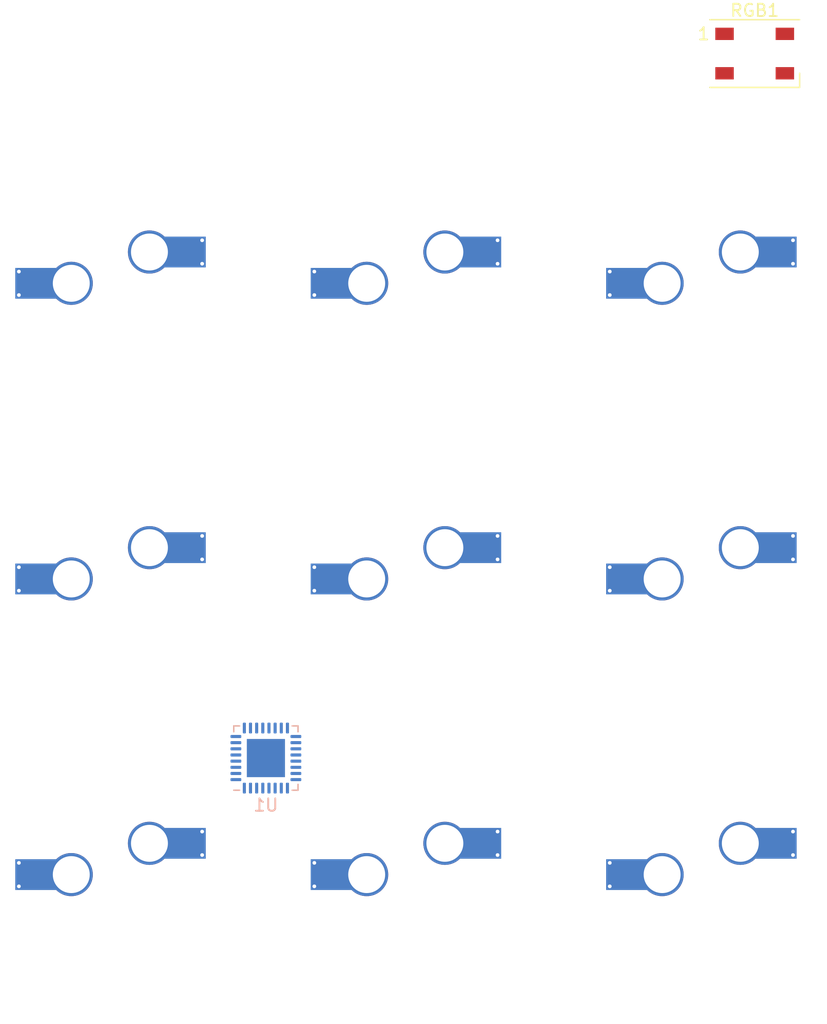
<source format=kicad_pcb>
(kicad_pcb (version 20171130) (host pcbnew "(5.1.11)-1")

  (general
    (thickness 1.6)
    (drawings 0)
    (tracks 0)
    (zones 0)
    (modules 11)
    (nets 55)
  )

  (page A4)
  (layers
    (0 F.Cu signal)
    (31 B.Cu signal)
    (32 B.Adhes user)
    (33 F.Adhes user)
    (34 B.Paste user)
    (35 F.Paste user)
    (36 B.SilkS user)
    (37 F.SilkS user)
    (38 B.Mask user)
    (39 F.Mask user)
    (40 Dwgs.User user)
    (41 Cmts.User user)
    (42 Eco1.User user)
    (43 Eco2.User user)
    (44 Edge.Cuts user)
    (45 Margin user)
    (46 B.CrtYd user)
    (47 F.CrtYd user)
    (48 B.Fab user)
    (49 F.Fab user)
  )

  (setup
    (last_trace_width 0.25)
    (trace_clearance 0.2)
    (zone_clearance 0.508)
    (zone_45_only no)
    (trace_min 0.2)
    (via_size 0.8)
    (via_drill 0.4)
    (via_min_size 0.4)
    (via_min_drill 0.3)
    (uvia_size 0.3)
    (uvia_drill 0.1)
    (uvias_allowed no)
    (uvia_min_size 0.2)
    (uvia_min_drill 0.1)
    (edge_width 0.05)
    (segment_width 0.2)
    (pcb_text_width 0.3)
    (pcb_text_size 1.5 1.5)
    (mod_edge_width 0.12)
    (mod_text_size 1 1)
    (mod_text_width 0.15)
    (pad_size 1.524 1.524)
    (pad_drill 0.762)
    (pad_to_mask_clearance 0)
    (aux_axis_origin 0 0)
    (visible_elements FFFFFF7F)
    (pcbplotparams
      (layerselection 0x010fc_ffffffff)
      (usegerberextensions false)
      (usegerberattributes true)
      (usegerberadvancedattributes true)
      (creategerberjobfile true)
      (excludeedgelayer true)
      (linewidth 0.100000)
      (plotframeref false)
      (viasonmask false)
      (mode 1)
      (useauxorigin false)
      (hpglpennumber 1)
      (hpglpenspeed 20)
      (hpglpendiameter 15.000000)
      (psnegative false)
      (psa4output false)
      (plotreference true)
      (plotvalue true)
      (plotinvisibletext false)
      (padsonsilk false)
      (subtractmaskfromsilk false)
      (outputformat 1)
      (mirror false)
      (drillshape 1)
      (scaleselection 1)
      (outputdirectory ""))
  )

  (net 0 "")
  (net 1 "Net-(MX1-Pad1)")
  (net 2 "Net-(MX1-Pad2)")
  (net 3 "Net-(MX2-Pad1)")
  (net 4 "Net-(MX2-Pad2)")
  (net 5 "Net-(MX3-Pad1)")
  (net 6 "Net-(MX3-Pad2)")
  (net 7 "Net-(MX4-Pad1)")
  (net 8 "Net-(MX4-Pad2)")
  (net 9 "Net-(MX5-Pad1)")
  (net 10 "Net-(MX5-Pad2)")
  (net 11 "Net-(MX6-Pad1)")
  (net 12 "Net-(MX6-Pad2)")
  (net 13 "Net-(MX7-Pad1)")
  (net 14 "Net-(MX7-Pad2)")
  (net 15 "Net-(MX8-Pad1)")
  (net 16 "Net-(MX8-Pad2)")
  (net 17 "Net-(MX9-Pad1)")
  (net 18 "Net-(MX9-Pad2)")
  (net 19 "Net-(RGB1-Pad1)")
  (net 20 "Net-(RGB1-Pad2)")
  (net 21 "Net-(RGB1-Pad4)")
  (net 22 "Net-(RGB1-Pad3)")
  (net 23 "Net-(U1-Pad3)")
  (net 24 "Net-(U1-Pad32)")
  (net 25 "Net-(U1-Pad31)")
  (net 26 "Net-(U1-Pad30)")
  (net 27 "Net-(U1-Pad29)")
  (net 28 "Net-(U1-Pad28)")
  (net 29 "Net-(U1-Pad27)")
  (net 30 "Net-(U1-Pad26)")
  (net 31 "Net-(U1-Pad25)")
  (net 32 "Net-(U1-Pad24)")
  (net 33 "Net-(U1-Pad23)")
  (net 34 "Net-(U1-Pad22)")
  (net 35 "Net-(U1-Pad21)")
  (net 36 "Net-(U1-Pad20)")
  (net 37 "Net-(U1-Pad19)")
  (net 38 "Net-(U1-Pad18)")
  (net 39 "Net-(U1-Pad17)")
  (net 40 "Net-(U1-Pad16)")
  (net 41 "Net-(U1-Pad15)")
  (net 42 "Net-(U1-Pad14)")
  (net 43 "Net-(U1-Pad13)")
  (net 44 "Net-(U1-Pad12)")
  (net 45 "Net-(U1-Pad11)")
  (net 46 "Net-(U1-Pad10)")
  (net 47 "Net-(U1-Pad9)")
  (net 48 "Net-(U1-Pad8)")
  (net 49 "Net-(U1-Pad7)")
  (net 50 "Net-(U1-Pad6)")
  (net 51 "Net-(U1-Pad5)")
  (net 52 "Net-(U1-Pad4)")
  (net 53 "Net-(U1-Pad2)")
  (net 54 "Net-(U1-Pad1)")

  (net_class Default "This is the default net class."
    (clearance 0.2)
    (trace_width 0.25)
    (via_dia 0.8)
    (via_drill 0.4)
    (uvia_dia 0.3)
    (uvia_drill 0.1)
    (add_net "Net-(MX1-Pad1)")
    (add_net "Net-(MX1-Pad2)")
    (add_net "Net-(MX2-Pad1)")
    (add_net "Net-(MX2-Pad2)")
    (add_net "Net-(MX3-Pad1)")
    (add_net "Net-(MX3-Pad2)")
    (add_net "Net-(MX4-Pad1)")
    (add_net "Net-(MX4-Pad2)")
    (add_net "Net-(MX5-Pad1)")
    (add_net "Net-(MX5-Pad2)")
    (add_net "Net-(MX6-Pad1)")
    (add_net "Net-(MX6-Pad2)")
    (add_net "Net-(MX7-Pad1)")
    (add_net "Net-(MX7-Pad2)")
    (add_net "Net-(MX8-Pad1)")
    (add_net "Net-(MX8-Pad2)")
    (add_net "Net-(MX9-Pad1)")
    (add_net "Net-(MX9-Pad2)")
    (add_net "Net-(RGB1-Pad1)")
    (add_net "Net-(RGB1-Pad2)")
    (add_net "Net-(RGB1-Pad3)")
    (add_net "Net-(RGB1-Pad4)")
    (add_net "Net-(U1-Pad1)")
    (add_net "Net-(U1-Pad10)")
    (add_net "Net-(U1-Pad11)")
    (add_net "Net-(U1-Pad12)")
    (add_net "Net-(U1-Pad13)")
    (add_net "Net-(U1-Pad14)")
    (add_net "Net-(U1-Pad15)")
    (add_net "Net-(U1-Pad16)")
    (add_net "Net-(U1-Pad17)")
    (add_net "Net-(U1-Pad18)")
    (add_net "Net-(U1-Pad19)")
    (add_net "Net-(U1-Pad2)")
    (add_net "Net-(U1-Pad20)")
    (add_net "Net-(U1-Pad21)")
    (add_net "Net-(U1-Pad22)")
    (add_net "Net-(U1-Pad23)")
    (add_net "Net-(U1-Pad24)")
    (add_net "Net-(U1-Pad25)")
    (add_net "Net-(U1-Pad26)")
    (add_net "Net-(U1-Pad27)")
    (add_net "Net-(U1-Pad28)")
    (add_net "Net-(U1-Pad29)")
    (add_net "Net-(U1-Pad3)")
    (add_net "Net-(U1-Pad30)")
    (add_net "Net-(U1-Pad31)")
    (add_net "Net-(U1-Pad32)")
    (add_net "Net-(U1-Pad4)")
    (add_net "Net-(U1-Pad5)")
    (add_net "Net-(U1-Pad6)")
    (add_net "Net-(U1-Pad7)")
    (add_net "Net-(U1-Pad8)")
    (add_net "Net-(U1-Pad9)")
  )

  (module Package_DFN_QFN:QFN-32-1EP_5x5mm_P0.5mm_EP3.1x3.1mm (layer B.Cu) (tedit 5DC5F6A4) (tstamp 636A65FF)
    (at 108 108)
    (descr "QFN, 32 Pin (http://ww1.microchip.com/downloads/en/DeviceDoc/8008S.pdf#page=20), generated with kicad-footprint-generator ipc_noLead_generator.py")
    (tags "QFN NoLead")
    (path /636A72D8)
    (attr smd)
    (fp_text reference U1 (at 0 3.82) (layer B.SilkS)
      (effects (font (size 1 1) (thickness 0.15)) (justify mirror))
    )
    (fp_text value ATmega32U2-MU (at 0 -3.82) (layer B.Fab)
      (effects (font (size 1 1) (thickness 0.15)) (justify mirror))
    )
    (fp_text user %R (at 0 0) (layer B.Fab)
      (effects (font (size 1 1) (thickness 0.15)) (justify mirror))
    )
    (fp_line (start 2.135 2.61) (end 2.61 2.61) (layer B.SilkS) (width 0.12))
    (fp_line (start 2.61 2.61) (end 2.61 2.135) (layer B.SilkS) (width 0.12))
    (fp_line (start -2.135 -2.61) (end -2.61 -2.61) (layer B.SilkS) (width 0.12))
    (fp_line (start -2.61 -2.61) (end -2.61 -2.135) (layer B.SilkS) (width 0.12))
    (fp_line (start 2.135 -2.61) (end 2.61 -2.61) (layer B.SilkS) (width 0.12))
    (fp_line (start 2.61 -2.61) (end 2.61 -2.135) (layer B.SilkS) (width 0.12))
    (fp_line (start -2.135 2.61) (end -2.61 2.61) (layer B.SilkS) (width 0.12))
    (fp_line (start -1.5 2.5) (end 2.5 2.5) (layer B.Fab) (width 0.1))
    (fp_line (start 2.5 2.5) (end 2.5 -2.5) (layer B.Fab) (width 0.1))
    (fp_line (start 2.5 -2.5) (end -2.5 -2.5) (layer B.Fab) (width 0.1))
    (fp_line (start -2.5 -2.5) (end -2.5 1.5) (layer B.Fab) (width 0.1))
    (fp_line (start -2.5 1.5) (end -1.5 2.5) (layer B.Fab) (width 0.1))
    (fp_line (start -3.12 3.12) (end -3.12 -3.12) (layer B.CrtYd) (width 0.05))
    (fp_line (start -3.12 -3.12) (end 3.12 -3.12) (layer B.CrtYd) (width 0.05))
    (fp_line (start 3.12 -3.12) (end 3.12 3.12) (layer B.CrtYd) (width 0.05))
    (fp_line (start 3.12 3.12) (end -3.12 3.12) (layer B.CrtYd) (width 0.05))
    (pad "" smd roundrect (at 1.03 -1.03) (size 0.83 0.83) (layers B.Paste) (roundrect_rratio 0.25))
    (pad "" smd roundrect (at 1.03 0) (size 0.83 0.83) (layers B.Paste) (roundrect_rratio 0.25))
    (pad "" smd roundrect (at 1.03 1.03) (size 0.83 0.83) (layers B.Paste) (roundrect_rratio 0.25))
    (pad "" smd roundrect (at 0 -1.03) (size 0.83 0.83) (layers B.Paste) (roundrect_rratio 0.25))
    (pad "" smd roundrect (at 0 0) (size 0.83 0.83) (layers B.Paste) (roundrect_rratio 0.25))
    (pad "" smd roundrect (at 0 1.03) (size 0.83 0.83) (layers B.Paste) (roundrect_rratio 0.25))
    (pad "" smd roundrect (at -1.03 -1.03) (size 0.83 0.83) (layers B.Paste) (roundrect_rratio 0.25))
    (pad "" smd roundrect (at -1.03 0) (size 0.83 0.83) (layers B.Paste) (roundrect_rratio 0.25))
    (pad "" smd roundrect (at -1.03 1.03) (size 0.83 0.83) (layers B.Paste) (roundrect_rratio 0.25))
    (pad 33 smd rect (at 0 0) (size 3.1 3.1) (layers B.Cu B.Mask)
      (net 23 "Net-(U1-Pad3)"))
    (pad 32 smd roundrect (at -1.75 2.4375) (size 0.25 0.875) (layers B.Cu B.Paste B.Mask) (roundrect_rratio 0.25)
      (net 24 "Net-(U1-Pad32)"))
    (pad 31 smd roundrect (at -1.25 2.4375) (size 0.25 0.875) (layers B.Cu B.Paste B.Mask) (roundrect_rratio 0.25)
      (net 25 "Net-(U1-Pad31)"))
    (pad 30 smd roundrect (at -0.75 2.4375) (size 0.25 0.875) (layers B.Cu B.Paste B.Mask) (roundrect_rratio 0.25)
      (net 26 "Net-(U1-Pad30)"))
    (pad 29 smd roundrect (at -0.25 2.4375) (size 0.25 0.875) (layers B.Cu B.Paste B.Mask) (roundrect_rratio 0.25)
      (net 27 "Net-(U1-Pad29)"))
    (pad 28 smd roundrect (at 0.25 2.4375) (size 0.25 0.875) (layers B.Cu B.Paste B.Mask) (roundrect_rratio 0.25)
      (net 28 "Net-(U1-Pad28)"))
    (pad 27 smd roundrect (at 0.75 2.4375) (size 0.25 0.875) (layers B.Cu B.Paste B.Mask) (roundrect_rratio 0.25)
      (net 29 "Net-(U1-Pad27)"))
    (pad 26 smd roundrect (at 1.25 2.4375) (size 0.25 0.875) (layers B.Cu B.Paste B.Mask) (roundrect_rratio 0.25)
      (net 30 "Net-(U1-Pad26)"))
    (pad 25 smd roundrect (at 1.75 2.4375) (size 0.25 0.875) (layers B.Cu B.Paste B.Mask) (roundrect_rratio 0.25)
      (net 31 "Net-(U1-Pad25)"))
    (pad 24 smd roundrect (at 2.4375 1.75) (size 0.875 0.25) (layers B.Cu B.Paste B.Mask) (roundrect_rratio 0.25)
      (net 32 "Net-(U1-Pad24)"))
    (pad 23 smd roundrect (at 2.4375 1.25) (size 0.875 0.25) (layers B.Cu B.Paste B.Mask) (roundrect_rratio 0.25)
      (net 33 "Net-(U1-Pad23)"))
    (pad 22 smd roundrect (at 2.4375 0.75) (size 0.875 0.25) (layers B.Cu B.Paste B.Mask) (roundrect_rratio 0.25)
      (net 34 "Net-(U1-Pad22)"))
    (pad 21 smd roundrect (at 2.4375 0.25) (size 0.875 0.25) (layers B.Cu B.Paste B.Mask) (roundrect_rratio 0.25)
      (net 35 "Net-(U1-Pad21)"))
    (pad 20 smd roundrect (at 2.4375 -0.25) (size 0.875 0.25) (layers B.Cu B.Paste B.Mask) (roundrect_rratio 0.25)
      (net 36 "Net-(U1-Pad20)"))
    (pad 19 smd roundrect (at 2.4375 -0.75) (size 0.875 0.25) (layers B.Cu B.Paste B.Mask) (roundrect_rratio 0.25)
      (net 37 "Net-(U1-Pad19)"))
    (pad 18 smd roundrect (at 2.4375 -1.25) (size 0.875 0.25) (layers B.Cu B.Paste B.Mask) (roundrect_rratio 0.25)
      (net 38 "Net-(U1-Pad18)"))
    (pad 17 smd roundrect (at 2.4375 -1.75) (size 0.875 0.25) (layers B.Cu B.Paste B.Mask) (roundrect_rratio 0.25)
      (net 39 "Net-(U1-Pad17)"))
    (pad 16 smd roundrect (at 1.75 -2.4375) (size 0.25 0.875) (layers B.Cu B.Paste B.Mask) (roundrect_rratio 0.25)
      (net 40 "Net-(U1-Pad16)"))
    (pad 15 smd roundrect (at 1.25 -2.4375) (size 0.25 0.875) (layers B.Cu B.Paste B.Mask) (roundrect_rratio 0.25)
      (net 41 "Net-(U1-Pad15)"))
    (pad 14 smd roundrect (at 0.75 -2.4375) (size 0.25 0.875) (layers B.Cu B.Paste B.Mask) (roundrect_rratio 0.25)
      (net 42 "Net-(U1-Pad14)"))
    (pad 13 smd roundrect (at 0.25 -2.4375) (size 0.25 0.875) (layers B.Cu B.Paste B.Mask) (roundrect_rratio 0.25)
      (net 43 "Net-(U1-Pad13)"))
    (pad 12 smd roundrect (at -0.25 -2.4375) (size 0.25 0.875) (layers B.Cu B.Paste B.Mask) (roundrect_rratio 0.25)
      (net 44 "Net-(U1-Pad12)"))
    (pad 11 smd roundrect (at -0.75 -2.4375) (size 0.25 0.875) (layers B.Cu B.Paste B.Mask) (roundrect_rratio 0.25)
      (net 45 "Net-(U1-Pad11)"))
    (pad 10 smd roundrect (at -1.25 -2.4375) (size 0.25 0.875) (layers B.Cu B.Paste B.Mask) (roundrect_rratio 0.25)
      (net 46 "Net-(U1-Pad10)"))
    (pad 9 smd roundrect (at -1.75 -2.4375) (size 0.25 0.875) (layers B.Cu B.Paste B.Mask) (roundrect_rratio 0.25)
      (net 47 "Net-(U1-Pad9)"))
    (pad 8 smd roundrect (at -2.4375 -1.75) (size 0.875 0.25) (layers B.Cu B.Paste B.Mask) (roundrect_rratio 0.25)
      (net 48 "Net-(U1-Pad8)"))
    (pad 7 smd roundrect (at -2.4375 -1.25) (size 0.875 0.25) (layers B.Cu B.Paste B.Mask) (roundrect_rratio 0.25)
      (net 49 "Net-(U1-Pad7)"))
    (pad 6 smd roundrect (at -2.4375 -0.75) (size 0.875 0.25) (layers B.Cu B.Paste B.Mask) (roundrect_rratio 0.25)
      (net 50 "Net-(U1-Pad6)"))
    (pad 5 smd roundrect (at -2.4375 -0.25) (size 0.875 0.25) (layers B.Cu B.Paste B.Mask) (roundrect_rratio 0.25)
      (net 51 "Net-(U1-Pad5)"))
    (pad 4 smd roundrect (at -2.4375 0.25) (size 0.875 0.25) (layers B.Cu B.Paste B.Mask) (roundrect_rratio 0.25)
      (net 52 "Net-(U1-Pad4)"))
    (pad 3 smd roundrect (at -2.4375 0.75) (size 0.875 0.25) (layers B.Cu B.Paste B.Mask) (roundrect_rratio 0.25)
      (net 23 "Net-(U1-Pad3)"))
    (pad 2 smd roundrect (at -2.4375 1.25) (size 0.875 0.25) (layers B.Cu B.Paste B.Mask) (roundrect_rratio 0.25)
      (net 53 "Net-(U1-Pad2)"))
    (pad 1 smd roundrect (at -2.4375 1.75) (size 0.875 0.25) (layers B.Cu B.Paste B.Mask) (roundrect_rratio 0.25)
      (net 54 "Net-(U1-Pad1)"))
    (model ${KISYS3DMOD}/Package_DFN_QFN.3dshapes/QFN-32-1EP_5x5mm_P0.5mm_EP3.1x3.1mm.wrl
      (at (xyz 0 0 0))
      (scale (xyz 1 1 1))
      (rotate (xyz 0 0 0))
    )
  )

  (module LED_SMD:LED_WS2812B_PLCC4_5.0x5.0mm_P3.2mm (layer F.Cu) (tedit 5AA4B285) (tstamp 636A6691)
    (at 147.710001 50.810001)
    (descr https://cdn-shop.adafruit.com/datasheets/WS2812B.pdf)
    (tags "LED RGB NeoPixel")
    (path /636A508D)
    (attr smd)
    (fp_text reference RGB1 (at 0 -3.5) (layer F.SilkS)
      (effects (font (size 1 1) (thickness 0.15)))
    )
    (fp_text value WS2812B (at 0 4) (layer F.Fab)
      (effects (font (size 1 1) (thickness 0.15)))
    )
    (fp_text user %R (at 0 0) (layer F.Fab)
      (effects (font (size 0.8 0.8) (thickness 0.15)))
    )
    (fp_text user 1 (at -4.15 -1.6) (layer F.SilkS)
      (effects (font (size 1 1) (thickness 0.15)))
    )
    (fp_line (start 3.45 -2.75) (end -3.45 -2.75) (layer F.CrtYd) (width 0.05))
    (fp_line (start 3.45 2.75) (end 3.45 -2.75) (layer F.CrtYd) (width 0.05))
    (fp_line (start -3.45 2.75) (end 3.45 2.75) (layer F.CrtYd) (width 0.05))
    (fp_line (start -3.45 -2.75) (end -3.45 2.75) (layer F.CrtYd) (width 0.05))
    (fp_line (start 2.5 1.5) (end 1.5 2.5) (layer F.Fab) (width 0.1))
    (fp_line (start -2.5 -2.5) (end -2.5 2.5) (layer F.Fab) (width 0.1))
    (fp_line (start -2.5 2.5) (end 2.5 2.5) (layer F.Fab) (width 0.1))
    (fp_line (start 2.5 2.5) (end 2.5 -2.5) (layer F.Fab) (width 0.1))
    (fp_line (start 2.5 -2.5) (end -2.5 -2.5) (layer F.Fab) (width 0.1))
    (fp_line (start -3.65 -2.75) (end 3.65 -2.75) (layer F.SilkS) (width 0.12))
    (fp_line (start -3.65 2.75) (end 3.65 2.75) (layer F.SilkS) (width 0.12))
    (fp_line (start 3.65 2.75) (end 3.65 1.6) (layer F.SilkS) (width 0.12))
    (fp_circle (center 0 0) (end 0 -2) (layer F.Fab) (width 0.1))
    (pad 1 smd rect (at -2.45 -1.6) (size 1.5 1) (layers F.Cu F.Paste F.Mask)
      (net 19 "Net-(RGB1-Pad1)"))
    (pad 2 smd rect (at -2.45 1.6) (size 1.5 1) (layers F.Cu F.Paste F.Mask)
      (net 20 "Net-(RGB1-Pad2)"))
    (pad 4 smd rect (at 2.45 -1.6) (size 1.5 1) (layers F.Cu F.Paste F.Mask)
      (net 21 "Net-(RGB1-Pad4)"))
    (pad 3 smd rect (at 2.45 1.6) (size 1.5 1) (layers F.Cu F.Paste F.Mask)
      (net 22 "Net-(RGB1-Pad3)"))
    (model ${KISYS3DMOD}/LED_SMD.3dshapes/LED_WS2812B_PLCC4_5.0x5.0mm_P3.2mm.wrl
      (at (xyz 0 0 0))
      (scale (xyz 1 1 1))
      (rotate (xyz 0 0 0))
    )
  )

  (module MX_Only_v4:MXOnly-1U-Hotswap-Sawns (layer F.Cu) (tedit 627D0D43) (tstamp 636A5B41)
    (at 144 120)
    (path /636A2E91)
    (attr smd)
    (fp_text reference MX9 (at 0 3.048) (layer B.CrtYd)
      (effects (font (size 1 1) (thickness 0.15)) (justify mirror))
    )
    (fp_text value 1U (at 0 -7.9375) (layer Dwgs.User)
      (effects (font (size 1 1) (thickness 0.15)))
    )
    (fp_line (start 4.562 -6.35) (end 4.562 -3.81) (layer B.CrtYd) (width 0.15))
    (fp_line (start 5 -7) (end 7 -7) (layer Dwgs.User) (width 0.15))
    (fp_line (start 7 -7) (end 7 -5) (layer Dwgs.User) (width 0.15))
    (fp_line (start 5 7) (end 7 7) (layer Dwgs.User) (width 0.15))
    (fp_line (start 7 7) (end 7 5) (layer Dwgs.User) (width 0.15))
    (fp_line (start -7 5) (end -7 7) (layer Dwgs.User) (width 0.15))
    (fp_line (start -7 7) (end -5 7) (layer Dwgs.User) (width 0.15))
    (fp_line (start -5 -7) (end -7 -7) (layer Dwgs.User) (width 0.15))
    (fp_line (start -7 -7) (end -7 -5) (layer Dwgs.User) (width 0.15))
    (fp_line (start -9.525 -9.525) (end 9.525 -9.525) (layer Dwgs.User) (width 0.15))
    (fp_line (start 9.525 -9.525) (end 9.525 9.525) (layer Dwgs.User) (width 0.15))
    (fp_line (start 9.525 9.525) (end -9.525 9.525) (layer Dwgs.User) (width 0.15))
    (fp_line (start -9.525 9.525) (end -9.525 -9.525) (layer Dwgs.User) (width 0.15))
    (fp_circle (center 2.54 -5.08) (end 2.54 -6.604) (layer B.CrtYd) (width 0.15))
    (fp_circle (center -3.81 -2.54) (end -3.81 -4.064) (layer B.CrtYd) (width 0.15))
    (fp_line (start 4.562 -6.35) (end 7.112 -6.35) (layer B.CrtYd) (width 0.15))
    (fp_line (start 7.112 -6.35) (end 7.112 -3.81) (layer B.CrtYd) (width 0.15))
    (fp_line (start 7.112 -3.81) (end 4.562 -3.81) (layer B.CrtYd) (width 0.15))
    (fp_line (start -8.382 -3.81) (end -8.382 -1.27) (layer B.CrtYd) (width 0.15))
    (fp_line (start -8.382 -3.81) (end -5.832 -3.81) (layer B.CrtYd) (width 0.15))
    (fp_line (start -8.382 -1.27) (end -5.832 -1.27) (layer B.CrtYd) (width 0.15))
    (fp_line (start -5.832 -3.81) (end -5.832 -1.27) (layer B.CrtYd) (width 0.15))
    (pad 1 thru_hole circle (at -8.0645 -3.4925) (size 0.5 0.5) (drill 0.3) (layers *.Cu *.Mask)
      (net 17 "Net-(MX9-Pad1)"))
    (pad 2 smd rect (at 5.207 -5.08) (size 3.82 2.5) (layers B.Cu)
      (net 18 "Net-(MX9-Pad2)"))
    (pad 1 smd rect (at -6.45 -2.54) (size 3.82 2.5) (layers B.Cu)
      (net 17 "Net-(MX9-Pad1)"))
    (pad "" np_thru_hole circle (at 5.08 0 48.0996) (size 1.75 1.75) (drill 1.75) (layers *.Cu *.Mask))
    (pad "" np_thru_hole circle (at -5.08 0 48.0996) (size 1.75 1.75) (drill 1.75) (layers *.Cu *.Mask))
    (pad 1 thru_hole circle (at -3.81 -2.54) (size 3.5 3.5) (drill 3) (layers *.Cu *.Mask)
      (net 17 "Net-(MX9-Pad1)"))
    (pad "" np_thru_hole circle (at 0 0) (size 3.9878 3.9878) (drill 3.9878) (layers *.Cu *.Mask))
    (pad 2 thru_hole circle (at 2.54 -5.08) (size 3.5 3.5) (drill 3) (layers *.Cu *.Mask)
      (net 18 "Net-(MX9-Pad2)"))
    (pad 1 thru_hole circle (at -8.0645 -1.5875) (size 0.5 0.5) (drill 0.3) (layers *.Cu *.Mask)
      (net 17 "Net-(MX9-Pad1)"))
    (pad 2 thru_hole circle (at 6.8215 -4.1275) (size 0.5 0.5) (drill 0.3) (layers *.Cu *.Mask)
      (net 18 "Net-(MX9-Pad2)"))
    (pad 2 thru_hole circle (at 6.8215 -6.0325) (size 0.5 0.5) (drill 0.3) (layers *.Cu *.Mask)
      (net 18 "Net-(MX9-Pad2)"))
    (pad 2 smd rect (at 5.842 -5.08) (size 2.55 2.5) (layers B.Paste B.Mask)
      (net 18 "Net-(MX9-Pad2)"))
    (pad 1 smd rect (at -7.085 -2.54) (size 2.55 2.5) (layers B.Paste B.Mask)
      (net 17 "Net-(MX9-Pad1)"))
    (model ${MXCOMP}/AlexandriaLibrary-master/3d_models/kailh_socket_mx.stp
      (offset (xyz -0.6 3.8 -3.5))
      (scale (xyz 1 1 1))
      (rotate (xyz 0 0 180))
    )
  )

  (module MX_Only_v4:MXOnly-1U-Hotswap-Sawns (layer F.Cu) (tedit 627D0D43) (tstamp 636A5B1A)
    (at 144 96)
    (path /636A13A4)
    (attr smd)
    (fp_text reference MX8 (at 0 3.048) (layer B.CrtYd)
      (effects (font (size 1 1) (thickness 0.15)) (justify mirror))
    )
    (fp_text value 1U (at 0 -7.9375) (layer Dwgs.User)
      (effects (font (size 1 1) (thickness 0.15)))
    )
    (fp_line (start 4.562 -6.35) (end 4.562 -3.81) (layer B.CrtYd) (width 0.15))
    (fp_line (start 5 -7) (end 7 -7) (layer Dwgs.User) (width 0.15))
    (fp_line (start 7 -7) (end 7 -5) (layer Dwgs.User) (width 0.15))
    (fp_line (start 5 7) (end 7 7) (layer Dwgs.User) (width 0.15))
    (fp_line (start 7 7) (end 7 5) (layer Dwgs.User) (width 0.15))
    (fp_line (start -7 5) (end -7 7) (layer Dwgs.User) (width 0.15))
    (fp_line (start -7 7) (end -5 7) (layer Dwgs.User) (width 0.15))
    (fp_line (start -5 -7) (end -7 -7) (layer Dwgs.User) (width 0.15))
    (fp_line (start -7 -7) (end -7 -5) (layer Dwgs.User) (width 0.15))
    (fp_line (start -9.525 -9.525) (end 9.525 -9.525) (layer Dwgs.User) (width 0.15))
    (fp_line (start 9.525 -9.525) (end 9.525 9.525) (layer Dwgs.User) (width 0.15))
    (fp_line (start 9.525 9.525) (end -9.525 9.525) (layer Dwgs.User) (width 0.15))
    (fp_line (start -9.525 9.525) (end -9.525 -9.525) (layer Dwgs.User) (width 0.15))
    (fp_circle (center 2.54 -5.08) (end 2.54 -6.604) (layer B.CrtYd) (width 0.15))
    (fp_circle (center -3.81 -2.54) (end -3.81 -4.064) (layer B.CrtYd) (width 0.15))
    (fp_line (start 4.562 -6.35) (end 7.112 -6.35) (layer B.CrtYd) (width 0.15))
    (fp_line (start 7.112 -6.35) (end 7.112 -3.81) (layer B.CrtYd) (width 0.15))
    (fp_line (start 7.112 -3.81) (end 4.562 -3.81) (layer B.CrtYd) (width 0.15))
    (fp_line (start -8.382 -3.81) (end -8.382 -1.27) (layer B.CrtYd) (width 0.15))
    (fp_line (start -8.382 -3.81) (end -5.832 -3.81) (layer B.CrtYd) (width 0.15))
    (fp_line (start -8.382 -1.27) (end -5.832 -1.27) (layer B.CrtYd) (width 0.15))
    (fp_line (start -5.832 -3.81) (end -5.832 -1.27) (layer B.CrtYd) (width 0.15))
    (pad 1 thru_hole circle (at -8.0645 -3.4925) (size 0.5 0.5) (drill 0.3) (layers *.Cu *.Mask)
      (net 15 "Net-(MX8-Pad1)"))
    (pad 2 smd rect (at 5.207 -5.08) (size 3.82 2.5) (layers B.Cu)
      (net 16 "Net-(MX8-Pad2)"))
    (pad 1 smd rect (at -6.45 -2.54) (size 3.82 2.5) (layers B.Cu)
      (net 15 "Net-(MX8-Pad1)"))
    (pad "" np_thru_hole circle (at 5.08 0 48.0996) (size 1.75 1.75) (drill 1.75) (layers *.Cu *.Mask))
    (pad "" np_thru_hole circle (at -5.08 0 48.0996) (size 1.75 1.75) (drill 1.75) (layers *.Cu *.Mask))
    (pad 1 thru_hole circle (at -3.81 -2.54) (size 3.5 3.5) (drill 3) (layers *.Cu *.Mask)
      (net 15 "Net-(MX8-Pad1)"))
    (pad "" np_thru_hole circle (at 0 0) (size 3.9878 3.9878) (drill 3.9878) (layers *.Cu *.Mask))
    (pad 2 thru_hole circle (at 2.54 -5.08) (size 3.5 3.5) (drill 3) (layers *.Cu *.Mask)
      (net 16 "Net-(MX8-Pad2)"))
    (pad 1 thru_hole circle (at -8.0645 -1.5875) (size 0.5 0.5) (drill 0.3) (layers *.Cu *.Mask)
      (net 15 "Net-(MX8-Pad1)"))
    (pad 2 thru_hole circle (at 6.8215 -4.1275) (size 0.5 0.5) (drill 0.3) (layers *.Cu *.Mask)
      (net 16 "Net-(MX8-Pad2)"))
    (pad 2 thru_hole circle (at 6.8215 -6.0325) (size 0.5 0.5) (drill 0.3) (layers *.Cu *.Mask)
      (net 16 "Net-(MX8-Pad2)"))
    (pad 2 smd rect (at 5.842 -5.08) (size 2.55 2.5) (layers B.Paste B.Mask)
      (net 16 "Net-(MX8-Pad2)"))
    (pad 1 smd rect (at -7.085 -2.54) (size 2.55 2.5) (layers B.Paste B.Mask)
      (net 15 "Net-(MX8-Pad1)"))
    (model ${MXCOMP}/AlexandriaLibrary-master/3d_models/kailh_socket_mx.stp
      (offset (xyz -0.6 3.8 -3.5))
      (scale (xyz 1 1 1))
      (rotate (xyz 0 0 180))
    )
  )

  (module MX_Only_v4:MXOnly-1U-Hotswap-Sawns (layer F.Cu) (tedit 627D0D43) (tstamp 636A5AF3)
    (at 144 72)
    (path /636A064B)
    (attr smd)
    (fp_text reference MX7 (at 0 3.048) (layer B.CrtYd)
      (effects (font (size 1 1) (thickness 0.15)) (justify mirror))
    )
    (fp_text value 1U (at 0 -7.9375) (layer Dwgs.User)
      (effects (font (size 1 1) (thickness 0.15)))
    )
    (fp_line (start 4.562 -6.35) (end 4.562 -3.81) (layer B.CrtYd) (width 0.15))
    (fp_line (start 5 -7) (end 7 -7) (layer Dwgs.User) (width 0.15))
    (fp_line (start 7 -7) (end 7 -5) (layer Dwgs.User) (width 0.15))
    (fp_line (start 5 7) (end 7 7) (layer Dwgs.User) (width 0.15))
    (fp_line (start 7 7) (end 7 5) (layer Dwgs.User) (width 0.15))
    (fp_line (start -7 5) (end -7 7) (layer Dwgs.User) (width 0.15))
    (fp_line (start -7 7) (end -5 7) (layer Dwgs.User) (width 0.15))
    (fp_line (start -5 -7) (end -7 -7) (layer Dwgs.User) (width 0.15))
    (fp_line (start -7 -7) (end -7 -5) (layer Dwgs.User) (width 0.15))
    (fp_line (start -9.525 -9.525) (end 9.525 -9.525) (layer Dwgs.User) (width 0.15))
    (fp_line (start 9.525 -9.525) (end 9.525 9.525) (layer Dwgs.User) (width 0.15))
    (fp_line (start 9.525 9.525) (end -9.525 9.525) (layer Dwgs.User) (width 0.15))
    (fp_line (start -9.525 9.525) (end -9.525 -9.525) (layer Dwgs.User) (width 0.15))
    (fp_circle (center 2.54 -5.08) (end 2.54 -6.604) (layer B.CrtYd) (width 0.15))
    (fp_circle (center -3.81 -2.54) (end -3.81 -4.064) (layer B.CrtYd) (width 0.15))
    (fp_line (start 4.562 -6.35) (end 7.112 -6.35) (layer B.CrtYd) (width 0.15))
    (fp_line (start 7.112 -6.35) (end 7.112 -3.81) (layer B.CrtYd) (width 0.15))
    (fp_line (start 7.112 -3.81) (end 4.562 -3.81) (layer B.CrtYd) (width 0.15))
    (fp_line (start -8.382 -3.81) (end -8.382 -1.27) (layer B.CrtYd) (width 0.15))
    (fp_line (start -8.382 -3.81) (end -5.832 -3.81) (layer B.CrtYd) (width 0.15))
    (fp_line (start -8.382 -1.27) (end -5.832 -1.27) (layer B.CrtYd) (width 0.15))
    (fp_line (start -5.832 -3.81) (end -5.832 -1.27) (layer B.CrtYd) (width 0.15))
    (pad 1 thru_hole circle (at -8.0645 -3.4925) (size 0.5 0.5) (drill 0.3) (layers *.Cu *.Mask)
      (net 13 "Net-(MX7-Pad1)"))
    (pad 2 smd rect (at 5.207 -5.08) (size 3.82 2.5) (layers B.Cu)
      (net 14 "Net-(MX7-Pad2)"))
    (pad 1 smd rect (at -6.45 -2.54) (size 3.82 2.5) (layers B.Cu)
      (net 13 "Net-(MX7-Pad1)"))
    (pad "" np_thru_hole circle (at 5.08 0 48.0996) (size 1.75 1.75) (drill 1.75) (layers *.Cu *.Mask))
    (pad "" np_thru_hole circle (at -5.08 0 48.0996) (size 1.75 1.75) (drill 1.75) (layers *.Cu *.Mask))
    (pad 1 thru_hole circle (at -3.81 -2.54) (size 3.5 3.5) (drill 3) (layers *.Cu *.Mask)
      (net 13 "Net-(MX7-Pad1)"))
    (pad "" np_thru_hole circle (at 0 0) (size 3.9878 3.9878) (drill 3.9878) (layers *.Cu *.Mask))
    (pad 2 thru_hole circle (at 2.54 -5.08) (size 3.5 3.5) (drill 3) (layers *.Cu *.Mask)
      (net 14 "Net-(MX7-Pad2)"))
    (pad 1 thru_hole circle (at -8.0645 -1.5875) (size 0.5 0.5) (drill 0.3) (layers *.Cu *.Mask)
      (net 13 "Net-(MX7-Pad1)"))
    (pad 2 thru_hole circle (at 6.8215 -4.1275) (size 0.5 0.5) (drill 0.3) (layers *.Cu *.Mask)
      (net 14 "Net-(MX7-Pad2)"))
    (pad 2 thru_hole circle (at 6.8215 -6.0325) (size 0.5 0.5) (drill 0.3) (layers *.Cu *.Mask)
      (net 14 "Net-(MX7-Pad2)"))
    (pad 2 smd rect (at 5.842 -5.08) (size 2.55 2.5) (layers B.Paste B.Mask)
      (net 14 "Net-(MX7-Pad2)"))
    (pad 1 smd rect (at -7.085 -2.54) (size 2.55 2.5) (layers B.Paste B.Mask)
      (net 13 "Net-(MX7-Pad1)"))
    (model ${MXCOMP}/AlexandriaLibrary-master/3d_models/kailh_socket_mx.stp
      (offset (xyz -0.6 3.8 -3.5))
      (scale (xyz 1 1 1))
      (rotate (xyz 0 0 180))
    )
  )

  (module MX_Only_v4:MXOnly-1U-Hotswap-Sawns (layer F.Cu) (tedit 627D0D43) (tstamp 636A5ACC)
    (at 120 120)
    (path /636A2E8B)
    (attr smd)
    (fp_text reference MX6 (at 0 3.048) (layer B.CrtYd)
      (effects (font (size 1 1) (thickness 0.15)) (justify mirror))
    )
    (fp_text value 1U (at 0 -7.9375) (layer Dwgs.User)
      (effects (font (size 1 1) (thickness 0.15)))
    )
    (fp_line (start 4.562 -6.35) (end 4.562 -3.81) (layer B.CrtYd) (width 0.15))
    (fp_line (start 5 -7) (end 7 -7) (layer Dwgs.User) (width 0.15))
    (fp_line (start 7 -7) (end 7 -5) (layer Dwgs.User) (width 0.15))
    (fp_line (start 5 7) (end 7 7) (layer Dwgs.User) (width 0.15))
    (fp_line (start 7 7) (end 7 5) (layer Dwgs.User) (width 0.15))
    (fp_line (start -7 5) (end -7 7) (layer Dwgs.User) (width 0.15))
    (fp_line (start -7 7) (end -5 7) (layer Dwgs.User) (width 0.15))
    (fp_line (start -5 -7) (end -7 -7) (layer Dwgs.User) (width 0.15))
    (fp_line (start -7 -7) (end -7 -5) (layer Dwgs.User) (width 0.15))
    (fp_line (start -9.525 -9.525) (end 9.525 -9.525) (layer Dwgs.User) (width 0.15))
    (fp_line (start 9.525 -9.525) (end 9.525 9.525) (layer Dwgs.User) (width 0.15))
    (fp_line (start 9.525 9.525) (end -9.525 9.525) (layer Dwgs.User) (width 0.15))
    (fp_line (start -9.525 9.525) (end -9.525 -9.525) (layer Dwgs.User) (width 0.15))
    (fp_circle (center 2.54 -5.08) (end 2.54 -6.604) (layer B.CrtYd) (width 0.15))
    (fp_circle (center -3.81 -2.54) (end -3.81 -4.064) (layer B.CrtYd) (width 0.15))
    (fp_line (start 4.562 -6.35) (end 7.112 -6.35) (layer B.CrtYd) (width 0.15))
    (fp_line (start 7.112 -6.35) (end 7.112 -3.81) (layer B.CrtYd) (width 0.15))
    (fp_line (start 7.112 -3.81) (end 4.562 -3.81) (layer B.CrtYd) (width 0.15))
    (fp_line (start -8.382 -3.81) (end -8.382 -1.27) (layer B.CrtYd) (width 0.15))
    (fp_line (start -8.382 -3.81) (end -5.832 -3.81) (layer B.CrtYd) (width 0.15))
    (fp_line (start -8.382 -1.27) (end -5.832 -1.27) (layer B.CrtYd) (width 0.15))
    (fp_line (start -5.832 -3.81) (end -5.832 -1.27) (layer B.CrtYd) (width 0.15))
    (pad 1 thru_hole circle (at -8.0645 -3.4925) (size 0.5 0.5) (drill 0.3) (layers *.Cu *.Mask)
      (net 11 "Net-(MX6-Pad1)"))
    (pad 2 smd rect (at 5.207 -5.08) (size 3.82 2.5) (layers B.Cu)
      (net 12 "Net-(MX6-Pad2)"))
    (pad 1 smd rect (at -6.45 -2.54) (size 3.82 2.5) (layers B.Cu)
      (net 11 "Net-(MX6-Pad1)"))
    (pad "" np_thru_hole circle (at 5.08 0 48.0996) (size 1.75 1.75) (drill 1.75) (layers *.Cu *.Mask))
    (pad "" np_thru_hole circle (at -5.08 0 48.0996) (size 1.75 1.75) (drill 1.75) (layers *.Cu *.Mask))
    (pad 1 thru_hole circle (at -3.81 -2.54) (size 3.5 3.5) (drill 3) (layers *.Cu *.Mask)
      (net 11 "Net-(MX6-Pad1)"))
    (pad "" np_thru_hole circle (at 0 0) (size 3.9878 3.9878) (drill 3.9878) (layers *.Cu *.Mask))
    (pad 2 thru_hole circle (at 2.54 -5.08) (size 3.5 3.5) (drill 3) (layers *.Cu *.Mask)
      (net 12 "Net-(MX6-Pad2)"))
    (pad 1 thru_hole circle (at -8.0645 -1.5875) (size 0.5 0.5) (drill 0.3) (layers *.Cu *.Mask)
      (net 11 "Net-(MX6-Pad1)"))
    (pad 2 thru_hole circle (at 6.8215 -4.1275) (size 0.5 0.5) (drill 0.3) (layers *.Cu *.Mask)
      (net 12 "Net-(MX6-Pad2)"))
    (pad 2 thru_hole circle (at 6.8215 -6.0325) (size 0.5 0.5) (drill 0.3) (layers *.Cu *.Mask)
      (net 12 "Net-(MX6-Pad2)"))
    (pad 2 smd rect (at 5.842 -5.08) (size 2.55 2.5) (layers B.Paste B.Mask)
      (net 12 "Net-(MX6-Pad2)"))
    (pad 1 smd rect (at -7.085 -2.54) (size 2.55 2.5) (layers B.Paste B.Mask)
      (net 11 "Net-(MX6-Pad1)"))
    (model ${MXCOMP}/AlexandriaLibrary-master/3d_models/kailh_socket_mx.stp
      (offset (xyz -0.6 3.8 -3.5))
      (scale (xyz 1 1 1))
      (rotate (xyz 0 0 180))
    )
  )

  (module MX_Only_v4:MXOnly-1U-Hotswap-Sawns (layer F.Cu) (tedit 627D0D43) (tstamp 636A5AA5)
    (at 120 96)
    (path /636A139E)
    (attr smd)
    (fp_text reference MX5 (at 0 3.048) (layer B.CrtYd)
      (effects (font (size 1 1) (thickness 0.15)) (justify mirror))
    )
    (fp_text value 1U (at 0 -7.9375) (layer Dwgs.User)
      (effects (font (size 1 1) (thickness 0.15)))
    )
    (fp_line (start 4.562 -6.35) (end 4.562 -3.81) (layer B.CrtYd) (width 0.15))
    (fp_line (start 5 -7) (end 7 -7) (layer Dwgs.User) (width 0.15))
    (fp_line (start 7 -7) (end 7 -5) (layer Dwgs.User) (width 0.15))
    (fp_line (start 5 7) (end 7 7) (layer Dwgs.User) (width 0.15))
    (fp_line (start 7 7) (end 7 5) (layer Dwgs.User) (width 0.15))
    (fp_line (start -7 5) (end -7 7) (layer Dwgs.User) (width 0.15))
    (fp_line (start -7 7) (end -5 7) (layer Dwgs.User) (width 0.15))
    (fp_line (start -5 -7) (end -7 -7) (layer Dwgs.User) (width 0.15))
    (fp_line (start -7 -7) (end -7 -5) (layer Dwgs.User) (width 0.15))
    (fp_line (start -9.525 -9.525) (end 9.525 -9.525) (layer Dwgs.User) (width 0.15))
    (fp_line (start 9.525 -9.525) (end 9.525 9.525) (layer Dwgs.User) (width 0.15))
    (fp_line (start 9.525 9.525) (end -9.525 9.525) (layer Dwgs.User) (width 0.15))
    (fp_line (start -9.525 9.525) (end -9.525 -9.525) (layer Dwgs.User) (width 0.15))
    (fp_circle (center 2.54 -5.08) (end 2.54 -6.604) (layer B.CrtYd) (width 0.15))
    (fp_circle (center -3.81 -2.54) (end -3.81 -4.064) (layer B.CrtYd) (width 0.15))
    (fp_line (start 4.562 -6.35) (end 7.112 -6.35) (layer B.CrtYd) (width 0.15))
    (fp_line (start 7.112 -6.35) (end 7.112 -3.81) (layer B.CrtYd) (width 0.15))
    (fp_line (start 7.112 -3.81) (end 4.562 -3.81) (layer B.CrtYd) (width 0.15))
    (fp_line (start -8.382 -3.81) (end -8.382 -1.27) (layer B.CrtYd) (width 0.15))
    (fp_line (start -8.382 -3.81) (end -5.832 -3.81) (layer B.CrtYd) (width 0.15))
    (fp_line (start -8.382 -1.27) (end -5.832 -1.27) (layer B.CrtYd) (width 0.15))
    (fp_line (start -5.832 -3.81) (end -5.832 -1.27) (layer B.CrtYd) (width 0.15))
    (pad 1 thru_hole circle (at -8.0645 -3.4925) (size 0.5 0.5) (drill 0.3) (layers *.Cu *.Mask)
      (net 9 "Net-(MX5-Pad1)"))
    (pad 2 smd rect (at 5.207 -5.08) (size 3.82 2.5) (layers B.Cu)
      (net 10 "Net-(MX5-Pad2)"))
    (pad 1 smd rect (at -6.45 -2.54) (size 3.82 2.5) (layers B.Cu)
      (net 9 "Net-(MX5-Pad1)"))
    (pad "" np_thru_hole circle (at 5.08 0 48.0996) (size 1.75 1.75) (drill 1.75) (layers *.Cu *.Mask))
    (pad "" np_thru_hole circle (at -5.08 0 48.0996) (size 1.75 1.75) (drill 1.75) (layers *.Cu *.Mask))
    (pad 1 thru_hole circle (at -3.81 -2.54) (size 3.5 3.5) (drill 3) (layers *.Cu *.Mask)
      (net 9 "Net-(MX5-Pad1)"))
    (pad "" np_thru_hole circle (at 0 0) (size 3.9878 3.9878) (drill 3.9878) (layers *.Cu *.Mask))
    (pad 2 thru_hole circle (at 2.54 -5.08) (size 3.5 3.5) (drill 3) (layers *.Cu *.Mask)
      (net 10 "Net-(MX5-Pad2)"))
    (pad 1 thru_hole circle (at -8.0645 -1.5875) (size 0.5 0.5) (drill 0.3) (layers *.Cu *.Mask)
      (net 9 "Net-(MX5-Pad1)"))
    (pad 2 thru_hole circle (at 6.8215 -4.1275) (size 0.5 0.5) (drill 0.3) (layers *.Cu *.Mask)
      (net 10 "Net-(MX5-Pad2)"))
    (pad 2 thru_hole circle (at 6.8215 -6.0325) (size 0.5 0.5) (drill 0.3) (layers *.Cu *.Mask)
      (net 10 "Net-(MX5-Pad2)"))
    (pad 2 smd rect (at 5.842 -5.08) (size 2.55 2.5) (layers B.Paste B.Mask)
      (net 10 "Net-(MX5-Pad2)"))
    (pad 1 smd rect (at -7.085 -2.54) (size 2.55 2.5) (layers B.Paste B.Mask)
      (net 9 "Net-(MX5-Pad1)"))
    (model ${MXCOMP}/AlexandriaLibrary-master/3d_models/kailh_socket_mx.stp
      (offset (xyz -0.6 3.8 -3.5))
      (scale (xyz 1 1 1))
      (rotate (xyz 0 0 180))
    )
  )

  (module MX_Only_v4:MXOnly-1U-Hotswap-Sawns (layer F.Cu) (tedit 627D0D43) (tstamp 636A5A7E)
    (at 120 72)
    (path /636A0077)
    (attr smd)
    (fp_text reference MX4 (at 0 3.048) (layer B.CrtYd)
      (effects (font (size 1 1) (thickness 0.15)) (justify mirror))
    )
    (fp_text value 1U (at 0 -7.9375) (layer Dwgs.User)
      (effects (font (size 1 1) (thickness 0.15)))
    )
    (fp_line (start 4.562 -6.35) (end 4.562 -3.81) (layer B.CrtYd) (width 0.15))
    (fp_line (start 5 -7) (end 7 -7) (layer Dwgs.User) (width 0.15))
    (fp_line (start 7 -7) (end 7 -5) (layer Dwgs.User) (width 0.15))
    (fp_line (start 5 7) (end 7 7) (layer Dwgs.User) (width 0.15))
    (fp_line (start 7 7) (end 7 5) (layer Dwgs.User) (width 0.15))
    (fp_line (start -7 5) (end -7 7) (layer Dwgs.User) (width 0.15))
    (fp_line (start -7 7) (end -5 7) (layer Dwgs.User) (width 0.15))
    (fp_line (start -5 -7) (end -7 -7) (layer Dwgs.User) (width 0.15))
    (fp_line (start -7 -7) (end -7 -5) (layer Dwgs.User) (width 0.15))
    (fp_line (start -9.525 -9.525) (end 9.525 -9.525) (layer Dwgs.User) (width 0.15))
    (fp_line (start 9.525 -9.525) (end 9.525 9.525) (layer Dwgs.User) (width 0.15))
    (fp_line (start 9.525 9.525) (end -9.525 9.525) (layer Dwgs.User) (width 0.15))
    (fp_line (start -9.525 9.525) (end -9.525 -9.525) (layer Dwgs.User) (width 0.15))
    (fp_circle (center 2.54 -5.08) (end 2.54 -6.604) (layer B.CrtYd) (width 0.15))
    (fp_circle (center -3.81 -2.54) (end -3.81 -4.064) (layer B.CrtYd) (width 0.15))
    (fp_line (start 4.562 -6.35) (end 7.112 -6.35) (layer B.CrtYd) (width 0.15))
    (fp_line (start 7.112 -6.35) (end 7.112 -3.81) (layer B.CrtYd) (width 0.15))
    (fp_line (start 7.112 -3.81) (end 4.562 -3.81) (layer B.CrtYd) (width 0.15))
    (fp_line (start -8.382 -3.81) (end -8.382 -1.27) (layer B.CrtYd) (width 0.15))
    (fp_line (start -8.382 -3.81) (end -5.832 -3.81) (layer B.CrtYd) (width 0.15))
    (fp_line (start -8.382 -1.27) (end -5.832 -1.27) (layer B.CrtYd) (width 0.15))
    (fp_line (start -5.832 -3.81) (end -5.832 -1.27) (layer B.CrtYd) (width 0.15))
    (pad 1 thru_hole circle (at -8.0645 -3.4925) (size 0.5 0.5) (drill 0.3) (layers *.Cu *.Mask)
      (net 7 "Net-(MX4-Pad1)"))
    (pad 2 smd rect (at 5.207 -5.08) (size 3.82 2.5) (layers B.Cu)
      (net 8 "Net-(MX4-Pad2)"))
    (pad 1 smd rect (at -6.45 -2.54) (size 3.82 2.5) (layers B.Cu)
      (net 7 "Net-(MX4-Pad1)"))
    (pad "" np_thru_hole circle (at 5.08 0 48.0996) (size 1.75 1.75) (drill 1.75) (layers *.Cu *.Mask))
    (pad "" np_thru_hole circle (at -5.08 0 48.0996) (size 1.75 1.75) (drill 1.75) (layers *.Cu *.Mask))
    (pad 1 thru_hole circle (at -3.81 -2.54) (size 3.5 3.5) (drill 3) (layers *.Cu *.Mask)
      (net 7 "Net-(MX4-Pad1)"))
    (pad "" np_thru_hole circle (at 0 0) (size 3.9878 3.9878) (drill 3.9878) (layers *.Cu *.Mask))
    (pad 2 thru_hole circle (at 2.54 -5.08) (size 3.5 3.5) (drill 3) (layers *.Cu *.Mask)
      (net 8 "Net-(MX4-Pad2)"))
    (pad 1 thru_hole circle (at -8.0645 -1.5875) (size 0.5 0.5) (drill 0.3) (layers *.Cu *.Mask)
      (net 7 "Net-(MX4-Pad1)"))
    (pad 2 thru_hole circle (at 6.8215 -4.1275) (size 0.5 0.5) (drill 0.3) (layers *.Cu *.Mask)
      (net 8 "Net-(MX4-Pad2)"))
    (pad 2 thru_hole circle (at 6.8215 -6.0325) (size 0.5 0.5) (drill 0.3) (layers *.Cu *.Mask)
      (net 8 "Net-(MX4-Pad2)"))
    (pad 2 smd rect (at 5.842 -5.08) (size 2.55 2.5) (layers B.Paste B.Mask)
      (net 8 "Net-(MX4-Pad2)"))
    (pad 1 smd rect (at -7.085 -2.54) (size 2.55 2.5) (layers B.Paste B.Mask)
      (net 7 "Net-(MX4-Pad1)"))
    (model ${MXCOMP}/AlexandriaLibrary-master/3d_models/kailh_socket_mx.stp
      (offset (xyz -0.6 3.8 -3.5))
      (scale (xyz 1 1 1))
      (rotate (xyz 0 0 180))
    )
  )

  (module MX_Only_v4:MXOnly-1U-Hotswap-Sawns (layer F.Cu) (tedit 627D0D43) (tstamp 636A5A57)
    (at 96 120)
    (path /636A2E97)
    (attr smd)
    (fp_text reference MX3 (at 0 3.048) (layer B.CrtYd)
      (effects (font (size 1 1) (thickness 0.15)) (justify mirror))
    )
    (fp_text value 1U (at 0 -7.9375) (layer Dwgs.User)
      (effects (font (size 1 1) (thickness 0.15)))
    )
    (fp_line (start 4.562 -6.35) (end 4.562 -3.81) (layer B.CrtYd) (width 0.15))
    (fp_line (start 5 -7) (end 7 -7) (layer Dwgs.User) (width 0.15))
    (fp_line (start 7 -7) (end 7 -5) (layer Dwgs.User) (width 0.15))
    (fp_line (start 5 7) (end 7 7) (layer Dwgs.User) (width 0.15))
    (fp_line (start 7 7) (end 7 5) (layer Dwgs.User) (width 0.15))
    (fp_line (start -7 5) (end -7 7) (layer Dwgs.User) (width 0.15))
    (fp_line (start -7 7) (end -5 7) (layer Dwgs.User) (width 0.15))
    (fp_line (start -5 -7) (end -7 -7) (layer Dwgs.User) (width 0.15))
    (fp_line (start -7 -7) (end -7 -5) (layer Dwgs.User) (width 0.15))
    (fp_line (start -9.525 -9.525) (end 9.525 -9.525) (layer Dwgs.User) (width 0.15))
    (fp_line (start 9.525 -9.525) (end 9.525 9.525) (layer Dwgs.User) (width 0.15))
    (fp_line (start 9.525 9.525) (end -9.525 9.525) (layer Dwgs.User) (width 0.15))
    (fp_line (start -9.525 9.525) (end -9.525 -9.525) (layer Dwgs.User) (width 0.15))
    (fp_circle (center 2.54 -5.08) (end 2.54 -6.604) (layer B.CrtYd) (width 0.15))
    (fp_circle (center -3.81 -2.54) (end -3.81 -4.064) (layer B.CrtYd) (width 0.15))
    (fp_line (start 4.562 -6.35) (end 7.112 -6.35) (layer B.CrtYd) (width 0.15))
    (fp_line (start 7.112 -6.35) (end 7.112 -3.81) (layer B.CrtYd) (width 0.15))
    (fp_line (start 7.112 -3.81) (end 4.562 -3.81) (layer B.CrtYd) (width 0.15))
    (fp_line (start -8.382 -3.81) (end -8.382 -1.27) (layer B.CrtYd) (width 0.15))
    (fp_line (start -8.382 -3.81) (end -5.832 -3.81) (layer B.CrtYd) (width 0.15))
    (fp_line (start -8.382 -1.27) (end -5.832 -1.27) (layer B.CrtYd) (width 0.15))
    (fp_line (start -5.832 -3.81) (end -5.832 -1.27) (layer B.CrtYd) (width 0.15))
    (pad 1 thru_hole circle (at -8.0645 -3.4925) (size 0.5 0.5) (drill 0.3) (layers *.Cu *.Mask)
      (net 5 "Net-(MX3-Pad1)"))
    (pad 2 smd rect (at 5.207 -5.08) (size 3.82 2.5) (layers B.Cu)
      (net 6 "Net-(MX3-Pad2)"))
    (pad 1 smd rect (at -6.45 -2.54) (size 3.82 2.5) (layers B.Cu)
      (net 5 "Net-(MX3-Pad1)"))
    (pad "" np_thru_hole circle (at 5.08 0 48.0996) (size 1.75 1.75) (drill 1.75) (layers *.Cu *.Mask))
    (pad "" np_thru_hole circle (at -5.08 0 48.0996) (size 1.75 1.75) (drill 1.75) (layers *.Cu *.Mask))
    (pad 1 thru_hole circle (at -3.81 -2.54) (size 3.5 3.5) (drill 3) (layers *.Cu *.Mask)
      (net 5 "Net-(MX3-Pad1)"))
    (pad "" np_thru_hole circle (at 0 0) (size 3.9878 3.9878) (drill 3.9878) (layers *.Cu *.Mask))
    (pad 2 thru_hole circle (at 2.54 -5.08) (size 3.5 3.5) (drill 3) (layers *.Cu *.Mask)
      (net 6 "Net-(MX3-Pad2)"))
    (pad 1 thru_hole circle (at -8.0645 -1.5875) (size 0.5 0.5) (drill 0.3) (layers *.Cu *.Mask)
      (net 5 "Net-(MX3-Pad1)"))
    (pad 2 thru_hole circle (at 6.8215 -4.1275) (size 0.5 0.5) (drill 0.3) (layers *.Cu *.Mask)
      (net 6 "Net-(MX3-Pad2)"))
    (pad 2 thru_hole circle (at 6.8215 -6.0325) (size 0.5 0.5) (drill 0.3) (layers *.Cu *.Mask)
      (net 6 "Net-(MX3-Pad2)"))
    (pad 2 smd rect (at 5.842 -5.08) (size 2.55 2.5) (layers B.Paste B.Mask)
      (net 6 "Net-(MX3-Pad2)"))
    (pad 1 smd rect (at -7.085 -2.54) (size 2.55 2.5) (layers B.Paste B.Mask)
      (net 5 "Net-(MX3-Pad1)"))
    (model ${MXCOMP}/AlexandriaLibrary-master/3d_models/kailh_socket_mx.stp
      (offset (xyz -0.6 3.8 -3.5))
      (scale (xyz 1 1 1))
      (rotate (xyz 0 0 180))
    )
  )

  (module MX_Only_v4:MXOnly-1U-Hotswap-Sawns (layer F.Cu) (tedit 627D0D43) (tstamp 636A5A30)
    (at 96 96)
    (path /636A1AEC)
    (attr smd)
    (fp_text reference MX2 (at 0 3.048) (layer B.CrtYd)
      (effects (font (size 1 1) (thickness 0.15)) (justify mirror))
    )
    (fp_text value 1U (at 0 -7.9375) (layer Dwgs.User)
      (effects (font (size 1 1) (thickness 0.15)))
    )
    (fp_line (start 4.562 -6.35) (end 4.562 -3.81) (layer B.CrtYd) (width 0.15))
    (fp_line (start 5 -7) (end 7 -7) (layer Dwgs.User) (width 0.15))
    (fp_line (start 7 -7) (end 7 -5) (layer Dwgs.User) (width 0.15))
    (fp_line (start 5 7) (end 7 7) (layer Dwgs.User) (width 0.15))
    (fp_line (start 7 7) (end 7 5) (layer Dwgs.User) (width 0.15))
    (fp_line (start -7 5) (end -7 7) (layer Dwgs.User) (width 0.15))
    (fp_line (start -7 7) (end -5 7) (layer Dwgs.User) (width 0.15))
    (fp_line (start -5 -7) (end -7 -7) (layer Dwgs.User) (width 0.15))
    (fp_line (start -7 -7) (end -7 -5) (layer Dwgs.User) (width 0.15))
    (fp_line (start -9.525 -9.525) (end 9.525 -9.525) (layer Dwgs.User) (width 0.15))
    (fp_line (start 9.525 -9.525) (end 9.525 9.525) (layer Dwgs.User) (width 0.15))
    (fp_line (start 9.525 9.525) (end -9.525 9.525) (layer Dwgs.User) (width 0.15))
    (fp_line (start -9.525 9.525) (end -9.525 -9.525) (layer Dwgs.User) (width 0.15))
    (fp_circle (center 2.54 -5.08) (end 2.54 -6.604) (layer B.CrtYd) (width 0.15))
    (fp_circle (center -3.81 -2.54) (end -3.81 -4.064) (layer B.CrtYd) (width 0.15))
    (fp_line (start 4.562 -6.35) (end 7.112 -6.35) (layer B.CrtYd) (width 0.15))
    (fp_line (start 7.112 -6.35) (end 7.112 -3.81) (layer B.CrtYd) (width 0.15))
    (fp_line (start 7.112 -3.81) (end 4.562 -3.81) (layer B.CrtYd) (width 0.15))
    (fp_line (start -8.382 -3.81) (end -8.382 -1.27) (layer B.CrtYd) (width 0.15))
    (fp_line (start -8.382 -3.81) (end -5.832 -3.81) (layer B.CrtYd) (width 0.15))
    (fp_line (start -8.382 -1.27) (end -5.832 -1.27) (layer B.CrtYd) (width 0.15))
    (fp_line (start -5.832 -3.81) (end -5.832 -1.27) (layer B.CrtYd) (width 0.15))
    (pad 1 thru_hole circle (at -8.0645 -3.4925) (size 0.5 0.5) (drill 0.3) (layers *.Cu *.Mask)
      (net 3 "Net-(MX2-Pad1)"))
    (pad 2 smd rect (at 5.207 -5.08) (size 3.82 2.5) (layers B.Cu)
      (net 4 "Net-(MX2-Pad2)"))
    (pad 1 smd rect (at -6.45 -2.54) (size 3.82 2.5) (layers B.Cu)
      (net 3 "Net-(MX2-Pad1)"))
    (pad "" np_thru_hole circle (at 5.08 0 48.0996) (size 1.75 1.75) (drill 1.75) (layers *.Cu *.Mask))
    (pad "" np_thru_hole circle (at -5.08 0 48.0996) (size 1.75 1.75) (drill 1.75) (layers *.Cu *.Mask))
    (pad 1 thru_hole circle (at -3.81 -2.54) (size 3.5 3.5) (drill 3) (layers *.Cu *.Mask)
      (net 3 "Net-(MX2-Pad1)"))
    (pad "" np_thru_hole circle (at 0 0) (size 3.9878 3.9878) (drill 3.9878) (layers *.Cu *.Mask))
    (pad 2 thru_hole circle (at 2.54 -5.08) (size 3.5 3.5) (drill 3) (layers *.Cu *.Mask)
      (net 4 "Net-(MX2-Pad2)"))
    (pad 1 thru_hole circle (at -8.0645 -1.5875) (size 0.5 0.5) (drill 0.3) (layers *.Cu *.Mask)
      (net 3 "Net-(MX2-Pad1)"))
    (pad 2 thru_hole circle (at 6.8215 -4.1275) (size 0.5 0.5) (drill 0.3) (layers *.Cu *.Mask)
      (net 4 "Net-(MX2-Pad2)"))
    (pad 2 thru_hole circle (at 6.8215 -6.0325) (size 0.5 0.5) (drill 0.3) (layers *.Cu *.Mask)
      (net 4 "Net-(MX2-Pad2)"))
    (pad 2 smd rect (at 5.842 -5.08) (size 2.55 2.5) (layers B.Paste B.Mask)
      (net 4 "Net-(MX2-Pad2)"))
    (pad 1 smd rect (at -7.085 -2.54) (size 2.55 2.5) (layers B.Paste B.Mask)
      (net 3 "Net-(MX2-Pad1)"))
    (model ${MXCOMP}/AlexandriaLibrary-master/3d_models/kailh_socket_mx.stp
      (offset (xyz -0.6 3.8 -3.5))
      (scale (xyz 1 1 1))
      (rotate (xyz 0 0 180))
    )
  )

  (module MX_Only_v4:MXOnly-1U-Hotswap-Sawns (layer F.Cu) (tedit 627D0D43) (tstamp 636A5A09)
    (at 96 72)
    (path /6369F933)
    (attr smd)
    (fp_text reference MX1 (at 0 3.048) (layer B.CrtYd)
      (effects (font (size 1 1) (thickness 0.15)) (justify mirror))
    )
    (fp_text value 1U (at 0 -7.9375) (layer Dwgs.User)
      (effects (font (size 1 1) (thickness 0.15)))
    )
    (fp_line (start 4.562 -6.35) (end 4.562 -3.81) (layer B.CrtYd) (width 0.15))
    (fp_line (start 5 -7) (end 7 -7) (layer Dwgs.User) (width 0.15))
    (fp_line (start 7 -7) (end 7 -5) (layer Dwgs.User) (width 0.15))
    (fp_line (start 5 7) (end 7 7) (layer Dwgs.User) (width 0.15))
    (fp_line (start 7 7) (end 7 5) (layer Dwgs.User) (width 0.15))
    (fp_line (start -7 5) (end -7 7) (layer Dwgs.User) (width 0.15))
    (fp_line (start -7 7) (end -5 7) (layer Dwgs.User) (width 0.15))
    (fp_line (start -5 -7) (end -7 -7) (layer Dwgs.User) (width 0.15))
    (fp_line (start -7 -7) (end -7 -5) (layer Dwgs.User) (width 0.15))
    (fp_line (start -9.525 -9.525) (end 9.525 -9.525) (layer Dwgs.User) (width 0.15))
    (fp_line (start 9.525 -9.525) (end 9.525 9.525) (layer Dwgs.User) (width 0.15))
    (fp_line (start 9.525 9.525) (end -9.525 9.525) (layer Dwgs.User) (width 0.15))
    (fp_line (start -9.525 9.525) (end -9.525 -9.525) (layer Dwgs.User) (width 0.15))
    (fp_circle (center 2.54 -5.08) (end 2.54 -6.604) (layer B.CrtYd) (width 0.15))
    (fp_circle (center -3.81 -2.54) (end -3.81 -4.064) (layer B.CrtYd) (width 0.15))
    (fp_line (start 4.562 -6.35) (end 7.112 -6.35) (layer B.CrtYd) (width 0.15))
    (fp_line (start 7.112 -6.35) (end 7.112 -3.81) (layer B.CrtYd) (width 0.15))
    (fp_line (start 7.112 -3.81) (end 4.562 -3.81) (layer B.CrtYd) (width 0.15))
    (fp_line (start -8.382 -3.81) (end -8.382 -1.27) (layer B.CrtYd) (width 0.15))
    (fp_line (start -8.382 -3.81) (end -5.832 -3.81) (layer B.CrtYd) (width 0.15))
    (fp_line (start -8.382 -1.27) (end -5.832 -1.27) (layer B.CrtYd) (width 0.15))
    (fp_line (start -5.832 -3.81) (end -5.832 -1.27) (layer B.CrtYd) (width 0.15))
    (pad 1 thru_hole circle (at -8.0645 -3.4925) (size 0.5 0.5) (drill 0.3) (layers *.Cu *.Mask)
      (net 1 "Net-(MX1-Pad1)"))
    (pad 2 smd rect (at 5.207 -5.08) (size 3.82 2.5) (layers B.Cu)
      (net 2 "Net-(MX1-Pad2)"))
    (pad 1 smd rect (at -6.45 -2.54) (size 3.82 2.5) (layers B.Cu)
      (net 1 "Net-(MX1-Pad1)"))
    (pad "" np_thru_hole circle (at 5.08 0 48.0996) (size 1.75 1.75) (drill 1.75) (layers *.Cu *.Mask))
    (pad "" np_thru_hole circle (at -5.08 0 48.0996) (size 1.75 1.75) (drill 1.75) (layers *.Cu *.Mask))
    (pad 1 thru_hole circle (at -3.81 -2.54) (size 3.5 3.5) (drill 3) (layers *.Cu *.Mask)
      (net 1 "Net-(MX1-Pad1)"))
    (pad "" np_thru_hole circle (at 0 0) (size 3.9878 3.9878) (drill 3.9878) (layers *.Cu *.Mask))
    (pad 2 thru_hole circle (at 2.54 -5.08) (size 3.5 3.5) (drill 3) (layers *.Cu *.Mask)
      (net 2 "Net-(MX1-Pad2)"))
    (pad 1 thru_hole circle (at -8.0645 -1.5875) (size 0.5 0.5) (drill 0.3) (layers *.Cu *.Mask)
      (net 1 "Net-(MX1-Pad1)"))
    (pad 2 thru_hole circle (at 6.8215 -4.1275) (size 0.5 0.5) (drill 0.3) (layers *.Cu *.Mask)
      (net 2 "Net-(MX1-Pad2)"))
    (pad 2 thru_hole circle (at 6.8215 -6.0325) (size 0.5 0.5) (drill 0.3) (layers *.Cu *.Mask)
      (net 2 "Net-(MX1-Pad2)"))
    (pad 2 smd rect (at 5.842 -5.08) (size 2.55 2.5) (layers B.Paste B.Mask)
      (net 2 "Net-(MX1-Pad2)"))
    (pad 1 smd rect (at -7.085 -2.54) (size 2.55 2.5) (layers B.Paste B.Mask)
      (net 1 "Net-(MX1-Pad1)"))
    (model ${MXCOMP}/AlexandriaLibrary-master/3d_models/kailh_socket_mx.stp
      (offset (xyz -0.6 3.8 -3.5))
      (scale (xyz 1 1 1))
      (rotate (xyz 0 0 180))
    )
  )

)

</source>
